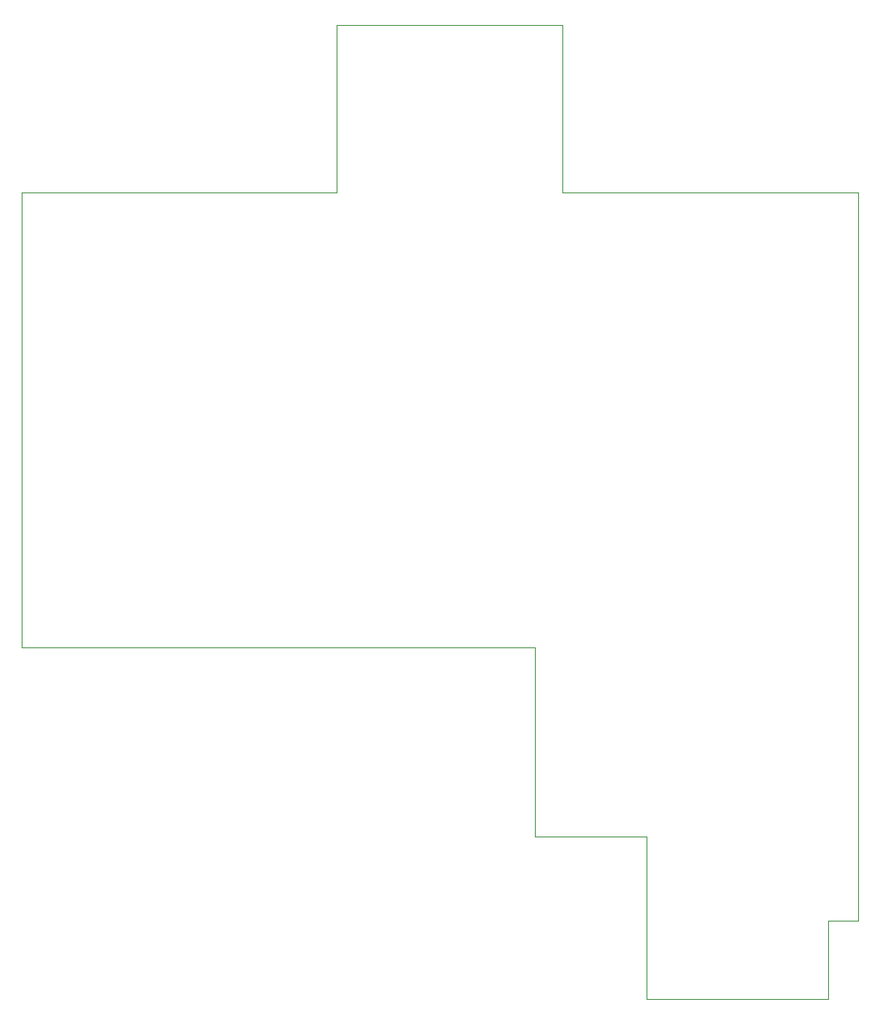
<source format=gm1>
G04 #@! TF.GenerationSoftware,KiCad,Pcbnew,9.0.5*
G04 #@! TF.CreationDate,2025-12-18T19:52:08+01:00*
G04 #@! TF.ProjectId,peak-ignitor-box-bms,7065616b-2d69-4676-9e69-746f722d626f,rev?*
G04 #@! TF.SameCoordinates,Original*
G04 #@! TF.FileFunction,Profile,NP*
%FSLAX46Y46*%
G04 Gerber Fmt 4.6, Leading zero omitted, Abs format (unit mm)*
G04 Created by KiCad (PCBNEW 9.0.5) date 2025-12-18 19:52:08*
%MOMM*%
%LPD*%
G01*
G04 APERTURE LIST*
G04 #@! TA.AperFunction,Profile*
%ADD10C,0.050000*%
G04 #@! TD*
G04 #@! TA.AperFunction,Profile*
%ADD11C,0.100000*%
G04 #@! TD*
G04 APERTURE END LIST*
D10*
X160000000Y-107000000D02*
X163000000Y-107000000D01*
X160000000Y-115000000D02*
X160000000Y-107000000D01*
X110000000Y-16000000D02*
X110000000Y-25000000D01*
X133000000Y-16000000D02*
X133000000Y-24000000D01*
X110000000Y-33000000D02*
X78000000Y-33000000D01*
X110000000Y-25000000D02*
X110000000Y-33000000D01*
X133000000Y-33000000D02*
X163000000Y-33000000D01*
X133000000Y-24000000D02*
X133000000Y-33000000D01*
X130200000Y-98500000D02*
X130200000Y-79250000D01*
D11*
X130200000Y-79250000D02*
X78000000Y-79250000D01*
X141500000Y-98500000D02*
X130200000Y-98500000D01*
X141500000Y-115000000D02*
X141500000Y-98500000D01*
D10*
X78000000Y-79250000D02*
X78000000Y-33000000D01*
X160000000Y-115000000D02*
X141500000Y-115000000D01*
X163000000Y-33000000D02*
X163000000Y-107000000D01*
X110000000Y-16000000D02*
X133000000Y-16000000D01*
M02*

</source>
